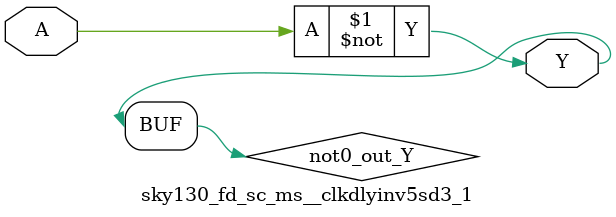
<source format=v>
/*
 * Copyright 2020 The SkyWater PDK Authors
 *
 * Licensed under the Apache License, Version 2.0 (the "License");
 * you may not use this file except in compliance with the License.
 * You may obtain a copy of the License at
 *
 *     https://www.apache.org/licenses/LICENSE-2.0
 *
 * Unless required by applicable law or agreed to in writing, software
 * distributed under the License is distributed on an "AS IS" BASIS,
 * WITHOUT WARRANTIES OR CONDITIONS OF ANY KIND, either express or implied.
 * See the License for the specific language governing permissions and
 * limitations under the License.
 *
 * SPDX-License-Identifier: Apache-2.0
*/


`ifndef SKY130_FD_SC_MS__CLKDLYINV5SD3_1_FUNCTIONAL_V
`define SKY130_FD_SC_MS__CLKDLYINV5SD3_1_FUNCTIONAL_V

/**
 * clkdlyinv5sd3: Clock Delay Inverter 5-stage 0.50um length inner
 *                stage gate.
 *
 * Verilog simulation functional model.
 */

`timescale 1ns / 1ps
`default_nettype none

`celldefine
module sky130_fd_sc_ms__clkdlyinv5sd3_1 (
    Y,
    A
);

    // Module ports
    output Y;
    input  A;

    // Local signals
    wire not0_out_Y;

    //  Name  Output      Other arguments
    not not0 (not0_out_Y, A              );
    buf buf0 (Y         , not0_out_Y     );

endmodule
`endcelldefine

`default_nettype wire
`endif  // SKY130_FD_SC_MS__CLKDLYINV5SD3_1_FUNCTIONAL_V

</source>
